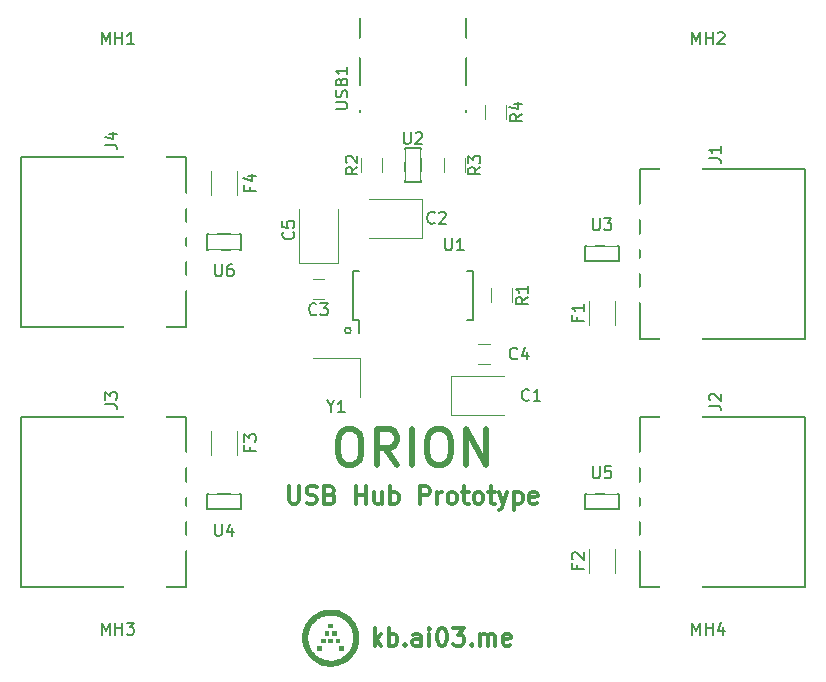
<source format=gto>
G04 #@! TF.GenerationSoftware,KiCad,Pcbnew,(5.0.2)-1*
G04 #@! TF.CreationDate,2019-03-25T02:21:11-07:00*
G04 #@! TF.ProjectId,Orion,4f72696f-6e2e-46b6-9963-61645f706362,rev?*
G04 #@! TF.SameCoordinates,Original*
G04 #@! TF.FileFunction,Legend,Top*
G04 #@! TF.FilePolarity,Positive*
%FSLAX46Y46*%
G04 Gerber Fmt 4.6, Leading zero omitted, Abs format (unit mm)*
G04 Created by KiCad (PCBNEW (5.0.2)-1) date 3/25/2019 2:21:11 AM*
%MOMM*%
%LPD*%
G01*
G04 APERTURE LIST*
%ADD10C,0.200000*%
%ADD11C,0.300000*%
%ADD12C,0.500000*%
%ADD13C,0.120000*%
%ADD14C,0.150000*%
%ADD15C,0.010000*%
%ADD16R,2.052000X2.602000*%
%ADD17R,1.102000X1.352000*%
%ADD18R,2.602000X2.052000*%
%ADD19O,2.102000X1.602000*%
%ADD20C,3.602000*%
%ADD21R,1.402000X0.802000*%
%ADD22R,0.502000X1.302000*%
%ADD23O,1.102000X1.702000*%
%ADD24O,1.102000X2.202000*%
%ADD25C,0.752000*%
%ADD26R,0.402000X1.552000*%
%ADD27R,0.702000X1.552000*%
%ADD28R,1.502000X1.302000*%
%ADD29R,0.802000X0.702000*%
%ADD30R,0.802000X1.102000*%
%ADD31R,2.132000X1.242000*%
%ADD32C,4.502000*%
%ADD33C,0.802000*%
%ADD34R,0.702000X0.802000*%
%ADD35R,1.102000X0.802000*%
G04 APERTURE END LIST*
D10*
X74750000Y-66500000D02*
G75*
G03X74750000Y-66500000I-250000J0D01*
G01*
D11*
X69500000Y-79678571D02*
X69500000Y-80892857D01*
X69571428Y-81035714D01*
X69642857Y-81107142D01*
X69785714Y-81178571D01*
X70071428Y-81178571D01*
X70214285Y-81107142D01*
X70285714Y-81035714D01*
X70357142Y-80892857D01*
X70357142Y-79678571D01*
X71000000Y-81107142D02*
X71214285Y-81178571D01*
X71571428Y-81178571D01*
X71714285Y-81107142D01*
X71785714Y-81035714D01*
X71857142Y-80892857D01*
X71857142Y-80750000D01*
X71785714Y-80607142D01*
X71714285Y-80535714D01*
X71571428Y-80464285D01*
X71285714Y-80392857D01*
X71142857Y-80321428D01*
X71071428Y-80250000D01*
X71000000Y-80107142D01*
X71000000Y-79964285D01*
X71071428Y-79821428D01*
X71142857Y-79750000D01*
X71285714Y-79678571D01*
X71642857Y-79678571D01*
X71857142Y-79750000D01*
X73000000Y-80392857D02*
X73214285Y-80464285D01*
X73285714Y-80535714D01*
X73357142Y-80678571D01*
X73357142Y-80892857D01*
X73285714Y-81035714D01*
X73214285Y-81107142D01*
X73071428Y-81178571D01*
X72500000Y-81178571D01*
X72500000Y-79678571D01*
X73000000Y-79678571D01*
X73142857Y-79750000D01*
X73214285Y-79821428D01*
X73285714Y-79964285D01*
X73285714Y-80107142D01*
X73214285Y-80250000D01*
X73142857Y-80321428D01*
X73000000Y-80392857D01*
X72500000Y-80392857D01*
X75142857Y-81178571D02*
X75142857Y-79678571D01*
X75142857Y-80392857D02*
X76000000Y-80392857D01*
X76000000Y-81178571D02*
X76000000Y-79678571D01*
X77357142Y-80178571D02*
X77357142Y-81178571D01*
X76714285Y-80178571D02*
X76714285Y-80964285D01*
X76785714Y-81107142D01*
X76928571Y-81178571D01*
X77142857Y-81178571D01*
X77285714Y-81107142D01*
X77357142Y-81035714D01*
X78071428Y-81178571D02*
X78071428Y-79678571D01*
X78071428Y-80250000D02*
X78214285Y-80178571D01*
X78500000Y-80178571D01*
X78642857Y-80250000D01*
X78714285Y-80321428D01*
X78785714Y-80464285D01*
X78785714Y-80892857D01*
X78714285Y-81035714D01*
X78642857Y-81107142D01*
X78500000Y-81178571D01*
X78214285Y-81178571D01*
X78071428Y-81107142D01*
X80571428Y-81178571D02*
X80571428Y-79678571D01*
X81142857Y-79678571D01*
X81285714Y-79750000D01*
X81357142Y-79821428D01*
X81428571Y-79964285D01*
X81428571Y-80178571D01*
X81357142Y-80321428D01*
X81285714Y-80392857D01*
X81142857Y-80464285D01*
X80571428Y-80464285D01*
X82071428Y-81178571D02*
X82071428Y-80178571D01*
X82071428Y-80464285D02*
X82142857Y-80321428D01*
X82214285Y-80250000D01*
X82357142Y-80178571D01*
X82500000Y-80178571D01*
X83214285Y-81178571D02*
X83071428Y-81107142D01*
X83000000Y-81035714D01*
X82928571Y-80892857D01*
X82928571Y-80464285D01*
X83000000Y-80321428D01*
X83071428Y-80250000D01*
X83214285Y-80178571D01*
X83428571Y-80178571D01*
X83571428Y-80250000D01*
X83642857Y-80321428D01*
X83714285Y-80464285D01*
X83714285Y-80892857D01*
X83642857Y-81035714D01*
X83571428Y-81107142D01*
X83428571Y-81178571D01*
X83214285Y-81178571D01*
X84142857Y-80178571D02*
X84714285Y-80178571D01*
X84357142Y-79678571D02*
X84357142Y-80964285D01*
X84428571Y-81107142D01*
X84571428Y-81178571D01*
X84714285Y-81178571D01*
X85428571Y-81178571D02*
X85285714Y-81107142D01*
X85214285Y-81035714D01*
X85142857Y-80892857D01*
X85142857Y-80464285D01*
X85214285Y-80321428D01*
X85285714Y-80250000D01*
X85428571Y-80178571D01*
X85642857Y-80178571D01*
X85785714Y-80250000D01*
X85857142Y-80321428D01*
X85928571Y-80464285D01*
X85928571Y-80892857D01*
X85857142Y-81035714D01*
X85785714Y-81107142D01*
X85642857Y-81178571D01*
X85428571Y-81178571D01*
X86357142Y-80178571D02*
X86928571Y-80178571D01*
X86571428Y-79678571D02*
X86571428Y-80964285D01*
X86642857Y-81107142D01*
X86785714Y-81178571D01*
X86928571Y-81178571D01*
X87285714Y-80178571D02*
X87642857Y-81178571D01*
X88000000Y-80178571D02*
X87642857Y-81178571D01*
X87500000Y-81535714D01*
X87428571Y-81607142D01*
X87285714Y-81678571D01*
X88571428Y-80178571D02*
X88571428Y-81678571D01*
X88571428Y-80250000D02*
X88714285Y-80178571D01*
X89000000Y-80178571D01*
X89142857Y-80250000D01*
X89214285Y-80321428D01*
X89285714Y-80464285D01*
X89285714Y-80892857D01*
X89214285Y-81035714D01*
X89142857Y-81107142D01*
X89000000Y-81178571D01*
X88714285Y-81178571D01*
X88571428Y-81107142D01*
X90500000Y-81107142D02*
X90357142Y-81178571D01*
X90071428Y-81178571D01*
X89928571Y-81107142D01*
X89857142Y-80964285D01*
X89857142Y-80392857D01*
X89928571Y-80250000D01*
X90071428Y-80178571D01*
X90357142Y-80178571D01*
X90500000Y-80250000D01*
X90571428Y-80392857D01*
X90571428Y-80535714D01*
X89857142Y-80678571D01*
D12*
X74357142Y-74857142D02*
X74928571Y-74857142D01*
X75214285Y-75000000D01*
X75500000Y-75285714D01*
X75642857Y-75857142D01*
X75642857Y-76857142D01*
X75500000Y-77428571D01*
X75214285Y-77714285D01*
X74928571Y-77857142D01*
X74357142Y-77857142D01*
X74071428Y-77714285D01*
X73785714Y-77428571D01*
X73642857Y-76857142D01*
X73642857Y-75857142D01*
X73785714Y-75285714D01*
X74071428Y-75000000D01*
X74357142Y-74857142D01*
X78642857Y-77857142D02*
X77642857Y-76428571D01*
X76928571Y-77857142D02*
X76928571Y-74857142D01*
X78071428Y-74857142D01*
X78357142Y-75000000D01*
X78500000Y-75142857D01*
X78642857Y-75428571D01*
X78642857Y-75857142D01*
X78500000Y-76142857D01*
X78357142Y-76285714D01*
X78071428Y-76428571D01*
X76928571Y-76428571D01*
X79928571Y-77857142D02*
X79928571Y-74857142D01*
X81928571Y-74857142D02*
X82500000Y-74857142D01*
X82785714Y-75000000D01*
X83071428Y-75285714D01*
X83214285Y-75857142D01*
X83214285Y-76857142D01*
X83071428Y-77428571D01*
X82785714Y-77714285D01*
X82500000Y-77857142D01*
X81928571Y-77857142D01*
X81642857Y-77714285D01*
X81357142Y-77428571D01*
X81214285Y-76857142D01*
X81214285Y-75857142D01*
X81357142Y-75285714D01*
X81642857Y-75000000D01*
X81928571Y-74857142D01*
X84500000Y-77857142D02*
X84500000Y-74857142D01*
X86214285Y-77857142D01*
X86214285Y-74857142D01*
D11*
X76750000Y-93178571D02*
X76750000Y-91678571D01*
X76892857Y-92607142D02*
X77321428Y-93178571D01*
X77321428Y-92178571D02*
X76750000Y-92750000D01*
X77964285Y-93178571D02*
X77964285Y-91678571D01*
X77964285Y-92250000D02*
X78107142Y-92178571D01*
X78392857Y-92178571D01*
X78535714Y-92250000D01*
X78607142Y-92321428D01*
X78678571Y-92464285D01*
X78678571Y-92892857D01*
X78607142Y-93035714D01*
X78535714Y-93107142D01*
X78392857Y-93178571D01*
X78107142Y-93178571D01*
X77964285Y-93107142D01*
X79321428Y-93035714D02*
X79392857Y-93107142D01*
X79321428Y-93178571D01*
X79250000Y-93107142D01*
X79321428Y-93035714D01*
X79321428Y-93178571D01*
X80678571Y-93178571D02*
X80678571Y-92392857D01*
X80607142Y-92250000D01*
X80464285Y-92178571D01*
X80178571Y-92178571D01*
X80035714Y-92250000D01*
X80678571Y-93107142D02*
X80535714Y-93178571D01*
X80178571Y-93178571D01*
X80035714Y-93107142D01*
X79964285Y-92964285D01*
X79964285Y-92821428D01*
X80035714Y-92678571D01*
X80178571Y-92607142D01*
X80535714Y-92607142D01*
X80678571Y-92535714D01*
X81392857Y-93178571D02*
X81392857Y-92178571D01*
X81392857Y-91678571D02*
X81321428Y-91750000D01*
X81392857Y-91821428D01*
X81464285Y-91750000D01*
X81392857Y-91678571D01*
X81392857Y-91821428D01*
X82392857Y-91678571D02*
X82535714Y-91678571D01*
X82678571Y-91750000D01*
X82750000Y-91821428D01*
X82821428Y-91964285D01*
X82892857Y-92250000D01*
X82892857Y-92607142D01*
X82821428Y-92892857D01*
X82750000Y-93035714D01*
X82678571Y-93107142D01*
X82535714Y-93178571D01*
X82392857Y-93178571D01*
X82250000Y-93107142D01*
X82178571Y-93035714D01*
X82107142Y-92892857D01*
X82035714Y-92607142D01*
X82035714Y-92250000D01*
X82107142Y-91964285D01*
X82178571Y-91821428D01*
X82250000Y-91750000D01*
X82392857Y-91678571D01*
X83392857Y-91678571D02*
X84321428Y-91678571D01*
X83821428Y-92250000D01*
X84035714Y-92250000D01*
X84178571Y-92321428D01*
X84250000Y-92392857D01*
X84321428Y-92535714D01*
X84321428Y-92892857D01*
X84250000Y-93035714D01*
X84178571Y-93107142D01*
X84035714Y-93178571D01*
X83607142Y-93178571D01*
X83464285Y-93107142D01*
X83392857Y-93035714D01*
X84964285Y-93035714D02*
X85035714Y-93107142D01*
X84964285Y-93178571D01*
X84892857Y-93107142D01*
X84964285Y-93035714D01*
X84964285Y-93178571D01*
X85678571Y-93178571D02*
X85678571Y-92178571D01*
X85678571Y-92321428D02*
X85750000Y-92250000D01*
X85892857Y-92178571D01*
X86107142Y-92178571D01*
X86250000Y-92250000D01*
X86321428Y-92392857D01*
X86321428Y-93178571D01*
X86321428Y-92392857D02*
X86392857Y-92250000D01*
X86535714Y-92178571D01*
X86750000Y-92178571D01*
X86892857Y-92250000D01*
X86964285Y-92392857D01*
X86964285Y-93178571D01*
X88250000Y-93107142D02*
X88107142Y-93178571D01*
X87821428Y-93178571D01*
X87678571Y-93107142D01*
X87607142Y-92964285D01*
X87607142Y-92392857D01*
X87678571Y-92250000D01*
X87821428Y-92178571D01*
X88107142Y-92178571D01*
X88250000Y-92250000D01*
X88321428Y-92392857D01*
X88321428Y-92535714D01*
X87607142Y-92678571D01*
D10*
X84500000Y-48000000D02*
X84500000Y-40000000D01*
X75500000Y-40000000D02*
X75500000Y-48000000D01*
D13*
G04 #@! TO.C,C1*
X83200000Y-70350000D02*
X87750000Y-70350000D01*
X83200000Y-73650000D02*
X87750000Y-73650000D01*
X83200000Y-70350000D02*
X83200000Y-73650000D01*
G04 #@! TO.C,C2*
X80800000Y-58650000D02*
X80800000Y-55350000D01*
X80800000Y-55350000D02*
X76250000Y-55350000D01*
X80800000Y-58650000D02*
X76250000Y-58650000D01*
G04 #@! TO.C,C3*
X72500000Y-62150000D02*
X71500000Y-62150000D01*
X71500000Y-63850000D02*
X72500000Y-63850000D01*
G04 #@! TO.C,C4*
X86500000Y-67650000D02*
X85500000Y-67650000D01*
X85500000Y-69350000D02*
X86500000Y-69350000D01*
G04 #@! TO.C,C5*
X70350000Y-60800000D02*
X73650000Y-60800000D01*
X73650000Y-60800000D02*
X73650000Y-56250000D01*
X70350000Y-60800000D02*
X70350000Y-56250000D01*
D14*
G04 #@! TO.C,J1*
X99220000Y-67200000D02*
X99220000Y-52800000D01*
X99220000Y-67200000D02*
X113220000Y-67200000D01*
X113220000Y-52800000D02*
X113220000Y-67200000D01*
X113220000Y-52800000D02*
X99220000Y-52800000D01*
G04 #@! TO.C,J2*
X113220000Y-73800000D02*
X99220000Y-73800000D01*
X113220000Y-73800000D02*
X113220000Y-88200000D01*
X99220000Y-88200000D02*
X113220000Y-88200000D01*
X99220000Y-88200000D02*
X99220000Y-73800000D01*
G04 #@! TO.C,J3*
X60780000Y-73800000D02*
X60780000Y-88200000D01*
X60780000Y-73800000D02*
X46780000Y-73800000D01*
X46780000Y-88200000D02*
X46780000Y-73800000D01*
X46780000Y-88200000D02*
X60780000Y-88200000D01*
G04 #@! TO.C,J4*
X46780000Y-66200000D02*
X60780000Y-66200000D01*
X46780000Y-66200000D02*
X46780000Y-51800000D01*
X60780000Y-51800000D02*
X46780000Y-51800000D01*
X60780000Y-51800000D02*
X60780000Y-66200000D01*
D13*
G04 #@! TO.C,R1*
X86620000Y-64100000D02*
X86620000Y-62900000D01*
X88380000Y-62900000D02*
X88380000Y-64100000D01*
G04 #@! TO.C,R2*
X77380000Y-51900000D02*
X77380000Y-53100000D01*
X75620000Y-53100000D02*
X75620000Y-51900000D01*
G04 #@! TO.C,R3*
X82620000Y-53100000D02*
X82620000Y-51900000D01*
X84380000Y-51900000D02*
X84380000Y-53100000D01*
D14*
G04 #@! TO.C,U1*
X75400000Y-65575000D02*
X75400000Y-66700000D01*
X85080000Y-65575000D02*
X85080000Y-61425000D01*
X74920000Y-65575000D02*
X74920000Y-61425000D01*
X85080000Y-65575000D02*
X84600000Y-65575000D01*
X85080000Y-61425000D02*
X84600000Y-61425000D01*
X74920000Y-61425000D02*
X75400000Y-61425000D01*
X74920000Y-65575000D02*
X75400000Y-65575000D01*
D13*
G04 #@! TO.C,Y1*
X75500000Y-68850000D02*
X71500000Y-68850000D01*
X75500000Y-72150000D02*
X75500000Y-68850000D01*
D14*
G04 #@! TO.C,U2*
X79350000Y-53950000D02*
X80650000Y-53950000D01*
X79350000Y-51050000D02*
X79350000Y-53950000D01*
X80650000Y-51050000D02*
X79350000Y-51050000D01*
X80650000Y-51050000D02*
X80650000Y-53950000D01*
D13*
G04 #@! TO.C,F1*
X97070000Y-64000000D02*
X97070000Y-66000000D01*
X94930000Y-66000000D02*
X94930000Y-64000000D01*
G04 #@! TO.C,F2*
X94930000Y-87000000D02*
X94930000Y-85000000D01*
X97070000Y-85000000D02*
X97070000Y-87000000D01*
G04 #@! TO.C,F3*
X62930000Y-77000000D02*
X62930000Y-75000000D01*
X65070000Y-75000000D02*
X65070000Y-77000000D01*
G04 #@! TO.C,F4*
X65070000Y-53000000D02*
X65070000Y-55000000D01*
X62930000Y-55000000D02*
X62930000Y-53000000D01*
G04 #@! TO.C,R4*
X86120000Y-48600000D02*
X86120000Y-47400000D01*
X87880000Y-47400000D02*
X87880000Y-48600000D01*
D15*
G04 #@! TO.C,G\002A\002A\002A*
G36*
X73152400Y-91636400D02*
X72828550Y-91636400D01*
X72828550Y-91312550D01*
X73152400Y-91312550D01*
X73152400Y-91636400D01*
X73152400Y-91636400D01*
G37*
X73152400Y-91636400D02*
X72828550Y-91636400D01*
X72828550Y-91312550D01*
X73152400Y-91312550D01*
X73152400Y-91636400D01*
G36*
X73476250Y-92265050D02*
X73152400Y-92265050D01*
X73152400Y-91960250D01*
X73476250Y-91960250D01*
X73476250Y-92265050D01*
X73476250Y-92265050D01*
G37*
X73476250Y-92265050D02*
X73152400Y-92265050D01*
X73152400Y-91960250D01*
X73476250Y-91960250D01*
X73476250Y-92265050D01*
G36*
X72828550Y-92265050D02*
X72523750Y-92265050D01*
X72523750Y-91960250D01*
X72828550Y-91960250D01*
X72828550Y-92265050D01*
X72828550Y-92265050D01*
G37*
X72828550Y-92265050D02*
X72523750Y-92265050D01*
X72523750Y-91960250D01*
X72828550Y-91960250D01*
X72828550Y-92265050D01*
G36*
X73781050Y-92912750D02*
X73476250Y-92912750D01*
X73476250Y-92588900D01*
X73781050Y-92588900D01*
X73781050Y-92912750D01*
X73781050Y-92912750D01*
G37*
X73781050Y-92912750D02*
X73476250Y-92912750D01*
X73476250Y-92588900D01*
X73781050Y-92588900D01*
X73781050Y-92912750D01*
G36*
X73152400Y-92912750D02*
X72828550Y-92912750D01*
X72828550Y-92588900D01*
X73152400Y-92588900D01*
X73152400Y-92912750D01*
X73152400Y-92912750D01*
G37*
X73152400Y-92912750D02*
X72828550Y-92912750D01*
X72828550Y-92588900D01*
X73152400Y-92588900D01*
X73152400Y-92912750D01*
G36*
X72523750Y-92912750D02*
X72199900Y-92912750D01*
X72199900Y-92588900D01*
X72523750Y-92588900D01*
X72523750Y-92912750D01*
X72523750Y-92912750D01*
G37*
X72523750Y-92912750D02*
X72199900Y-92912750D01*
X72199900Y-92588900D01*
X72523750Y-92588900D01*
X72523750Y-92912750D01*
G36*
X74104900Y-93541400D02*
X73781050Y-93541400D01*
X73781050Y-93217550D01*
X74104900Y-93217550D01*
X74104900Y-93541400D01*
X74104900Y-93541400D01*
G37*
X74104900Y-93541400D02*
X73781050Y-93541400D01*
X73781050Y-93217550D01*
X74104900Y-93217550D01*
X74104900Y-93541400D01*
G36*
X72199900Y-93541400D02*
X71876050Y-93541400D01*
X71876050Y-93217550D01*
X72199900Y-93217550D01*
X72199900Y-93541400D01*
X72199900Y-93541400D01*
G37*
X72199900Y-93541400D02*
X71876050Y-93541400D01*
X71876050Y-93217550D01*
X72199900Y-93217550D01*
X72199900Y-93541400D01*
G36*
X73003175Y-90122435D02*
X73102469Y-90123532D01*
X73191839Y-90126857D01*
X73273913Y-90132735D01*
X73351324Y-90141487D01*
X73426702Y-90153438D01*
X73502677Y-90168909D01*
X73581881Y-90188224D01*
X73618103Y-90197934D01*
X73784941Y-90250125D01*
X73946611Y-90313593D01*
X74102502Y-90388022D01*
X74251999Y-90473094D01*
X74394491Y-90568492D01*
X74516207Y-90662893D01*
X74642342Y-90775473D01*
X74760211Y-90896629D01*
X74869268Y-91025507D01*
X74968966Y-91161253D01*
X75058757Y-91303013D01*
X75138095Y-91449932D01*
X75206433Y-91601157D01*
X75263224Y-91755834D01*
X75302227Y-91890242D01*
X75328683Y-92002231D01*
X75348971Y-92107779D01*
X75363685Y-92211197D01*
X75373420Y-92316794D01*
X75378768Y-92428879D01*
X75379291Y-92449200D01*
X75377115Y-92623837D01*
X75362560Y-92795664D01*
X75335628Y-92964656D01*
X75296325Y-93130790D01*
X75244655Y-93294043D01*
X75193297Y-93425189D01*
X75170831Y-93477401D01*
X75151581Y-93520727D01*
X75134086Y-93558090D01*
X75116885Y-93592410D01*
X75098516Y-93626610D01*
X75077520Y-93663612D01*
X75054220Y-93703325D01*
X74958845Y-93852341D01*
X74854761Y-93992122D01*
X74741863Y-94122771D01*
X74620043Y-94244397D01*
X74489197Y-94357103D01*
X74349219Y-94460998D01*
X74203325Y-94554220D01*
X74161061Y-94578995D01*
X74124330Y-94599776D01*
X74090211Y-94618024D01*
X74055782Y-94635200D01*
X74018120Y-94652765D01*
X73974305Y-94672180D01*
X73925189Y-94693297D01*
X73848202Y-94724935D01*
X73777228Y-94751366D01*
X73707537Y-94774156D01*
X73634398Y-94794871D01*
X73568325Y-94811457D01*
X73436711Y-94839901D01*
X73311036Y-94860442D01*
X73187653Y-94873514D01*
X73062919Y-94879548D01*
X72990475Y-94880010D01*
X72949500Y-94879598D01*
X72911003Y-94879034D01*
X72877498Y-94878367D01*
X72851502Y-94877650D01*
X72835527Y-94876932D01*
X72834900Y-94876886D01*
X72661960Y-94857725D01*
X72491755Y-94826536D01*
X72324970Y-94783573D01*
X72162294Y-94729090D01*
X72004412Y-94663341D01*
X71852014Y-94586580D01*
X71705785Y-94499061D01*
X71585021Y-94415036D01*
X71446678Y-94304359D01*
X71318132Y-94185670D01*
X71199560Y-94059231D01*
X71091142Y-93925305D01*
X70993059Y-93784154D01*
X70905488Y-93636041D01*
X70828610Y-93481228D01*
X70762604Y-93319977D01*
X70707650Y-93152550D01*
X70697934Y-93118103D01*
X70676841Y-93036668D01*
X70659733Y-92959608D01*
X70646287Y-92884293D01*
X70636179Y-92808093D01*
X70629088Y-92728376D01*
X70624689Y-92642511D01*
X70622660Y-92547869D01*
X70622435Y-92503175D01*
X70622975Y-92458886D01*
X71048635Y-92458886D01*
X71048717Y-92522996D01*
X71050050Y-92586728D01*
X71052607Y-92646829D01*
X71056364Y-92700047D01*
X71059340Y-92728600D01*
X71084839Y-92886438D01*
X71122161Y-93039730D01*
X71171160Y-93188177D01*
X71231695Y-93331478D01*
X71303621Y-93469335D01*
X71386794Y-93601447D01*
X71481072Y-93727514D01*
X71586310Y-93847237D01*
X71604179Y-93865808D01*
X71711566Y-93967467D01*
X71828128Y-94061816D01*
X71951704Y-94147271D01*
X72080135Y-94222253D01*
X72116766Y-94241202D01*
X72176292Y-94270522D01*
X72228485Y-94294697D01*
X72276883Y-94315151D01*
X72325022Y-94333307D01*
X72376440Y-94350586D01*
X72428500Y-94366581D01*
X72579870Y-94406112D01*
X72728471Y-94433672D01*
X72875461Y-94449371D01*
X73022002Y-94453313D01*
X73169251Y-94445608D01*
X73222484Y-94440024D01*
X73372350Y-94416869D01*
X73516015Y-94383422D01*
X73655485Y-94339082D01*
X73792766Y-94283251D01*
X73870332Y-94246292D01*
X74006838Y-94171557D01*
X74134371Y-94088569D01*
X74253537Y-93996779D01*
X74364943Y-93895639D01*
X74469195Y-93784603D01*
X74566899Y-93663122D01*
X74653513Y-93538607D01*
X74673614Y-93505654D01*
X74697072Y-93463951D01*
X74722432Y-93416397D01*
X74748238Y-93365885D01*
X74773034Y-93315311D01*
X74795364Y-93267573D01*
X74813771Y-93225565D01*
X74824522Y-93198500D01*
X74874816Y-93045267D01*
X74912732Y-92891076D01*
X74938239Y-92736359D01*
X74951304Y-92581551D01*
X74951894Y-92427085D01*
X74939977Y-92273393D01*
X74915521Y-92120909D01*
X74907678Y-92084075D01*
X74880759Y-91975040D01*
X74850113Y-91874094D01*
X74814163Y-91776805D01*
X74771330Y-91678745D01*
X74741202Y-91616766D01*
X74666239Y-91481687D01*
X74580779Y-91353338D01*
X74485438Y-91232294D01*
X74380829Y-91119131D01*
X74267568Y-91014425D01*
X74146267Y-90918751D01*
X74017541Y-90832687D01*
X73882005Y-90756808D01*
X73766660Y-90702783D01*
X73629357Y-90649667D01*
X73491314Y-90608069D01*
X73350924Y-90577662D01*
X73206580Y-90558120D01*
X73056676Y-90549117D01*
X73006350Y-90548405D01*
X72847874Y-90553501D01*
X72694572Y-90570017D01*
X72545824Y-90598138D01*
X72401011Y-90638053D01*
X72259514Y-90689948D01*
X72120715Y-90754010D01*
X71983993Y-90830427D01*
X71903435Y-90881795D01*
X71791889Y-90963017D01*
X71684530Y-91054622D01*
X71582672Y-91155071D01*
X71487628Y-91262824D01*
X71400709Y-91376344D01*
X71323228Y-91494092D01*
X71256497Y-91614528D01*
X71228661Y-91672864D01*
X71179538Y-91788751D01*
X71139353Y-91900142D01*
X71107148Y-92010500D01*
X71081964Y-92123291D01*
X71062844Y-92241976D01*
X71056123Y-92296800D01*
X71052313Y-92342536D01*
X71049825Y-92397648D01*
X71048635Y-92458886D01*
X70622975Y-92458886D01*
X70623831Y-92388778D01*
X70628530Y-92284085D01*
X70636990Y-92186419D01*
X70649668Y-92093108D01*
X70667021Y-92001475D01*
X70689509Y-91908847D01*
X70717588Y-91812549D01*
X70751717Y-91709906D01*
X70764272Y-91674500D01*
X70826980Y-91518724D01*
X70901253Y-91368057D01*
X70986937Y-91222708D01*
X71083881Y-91082886D01*
X71191933Y-90948802D01*
X71310939Y-90820666D01*
X71440746Y-90698687D01*
X71526216Y-90626543D01*
X71594879Y-90574148D01*
X71672910Y-90520288D01*
X71757398Y-90466729D01*
X71845428Y-90415244D01*
X71934090Y-90367599D01*
X72020471Y-90325566D01*
X72025275Y-90323371D01*
X72081243Y-90299473D01*
X72146188Y-90274364D01*
X72216613Y-90249229D01*
X72289023Y-90225249D01*
X72359921Y-90203608D01*
X72425811Y-90185491D01*
X72451319Y-90179176D01*
X72525899Y-90162562D01*
X72597078Y-90149234D01*
X72667482Y-90138921D01*
X72739735Y-90131355D01*
X72816462Y-90126265D01*
X72900287Y-90123382D01*
X72993836Y-90122434D01*
X73003175Y-90122435D01*
X73003175Y-90122435D01*
G37*
X73003175Y-90122435D02*
X73102469Y-90123532D01*
X73191839Y-90126857D01*
X73273913Y-90132735D01*
X73351324Y-90141487D01*
X73426702Y-90153438D01*
X73502677Y-90168909D01*
X73581881Y-90188224D01*
X73618103Y-90197934D01*
X73784941Y-90250125D01*
X73946611Y-90313593D01*
X74102502Y-90388022D01*
X74251999Y-90473094D01*
X74394491Y-90568492D01*
X74516207Y-90662893D01*
X74642342Y-90775473D01*
X74760211Y-90896629D01*
X74869268Y-91025507D01*
X74968966Y-91161253D01*
X75058757Y-91303013D01*
X75138095Y-91449932D01*
X75206433Y-91601157D01*
X75263224Y-91755834D01*
X75302227Y-91890242D01*
X75328683Y-92002231D01*
X75348971Y-92107779D01*
X75363685Y-92211197D01*
X75373420Y-92316794D01*
X75378768Y-92428879D01*
X75379291Y-92449200D01*
X75377115Y-92623837D01*
X75362560Y-92795664D01*
X75335628Y-92964656D01*
X75296325Y-93130790D01*
X75244655Y-93294043D01*
X75193297Y-93425189D01*
X75170831Y-93477401D01*
X75151581Y-93520727D01*
X75134086Y-93558090D01*
X75116885Y-93592410D01*
X75098516Y-93626610D01*
X75077520Y-93663612D01*
X75054220Y-93703325D01*
X74958845Y-93852341D01*
X74854761Y-93992122D01*
X74741863Y-94122771D01*
X74620043Y-94244397D01*
X74489197Y-94357103D01*
X74349219Y-94460998D01*
X74203325Y-94554220D01*
X74161061Y-94578995D01*
X74124330Y-94599776D01*
X74090211Y-94618024D01*
X74055782Y-94635200D01*
X74018120Y-94652765D01*
X73974305Y-94672180D01*
X73925189Y-94693297D01*
X73848202Y-94724935D01*
X73777228Y-94751366D01*
X73707537Y-94774156D01*
X73634398Y-94794871D01*
X73568325Y-94811457D01*
X73436711Y-94839901D01*
X73311036Y-94860442D01*
X73187653Y-94873514D01*
X73062919Y-94879548D01*
X72990475Y-94880010D01*
X72949500Y-94879598D01*
X72911003Y-94879034D01*
X72877498Y-94878367D01*
X72851502Y-94877650D01*
X72835527Y-94876932D01*
X72834900Y-94876886D01*
X72661960Y-94857725D01*
X72491755Y-94826536D01*
X72324970Y-94783573D01*
X72162294Y-94729090D01*
X72004412Y-94663341D01*
X71852014Y-94586580D01*
X71705785Y-94499061D01*
X71585021Y-94415036D01*
X71446678Y-94304359D01*
X71318132Y-94185670D01*
X71199560Y-94059231D01*
X71091142Y-93925305D01*
X70993059Y-93784154D01*
X70905488Y-93636041D01*
X70828610Y-93481228D01*
X70762604Y-93319977D01*
X70707650Y-93152550D01*
X70697934Y-93118103D01*
X70676841Y-93036668D01*
X70659733Y-92959608D01*
X70646287Y-92884293D01*
X70636179Y-92808093D01*
X70629088Y-92728376D01*
X70624689Y-92642511D01*
X70622660Y-92547869D01*
X70622435Y-92503175D01*
X70622975Y-92458886D01*
X71048635Y-92458886D01*
X71048717Y-92522996D01*
X71050050Y-92586728D01*
X71052607Y-92646829D01*
X71056364Y-92700047D01*
X71059340Y-92728600D01*
X71084839Y-92886438D01*
X71122161Y-93039730D01*
X71171160Y-93188177D01*
X71231695Y-93331478D01*
X71303621Y-93469335D01*
X71386794Y-93601447D01*
X71481072Y-93727514D01*
X71586310Y-93847237D01*
X71604179Y-93865808D01*
X71711566Y-93967467D01*
X71828128Y-94061816D01*
X71951704Y-94147271D01*
X72080135Y-94222253D01*
X72116766Y-94241202D01*
X72176292Y-94270522D01*
X72228485Y-94294697D01*
X72276883Y-94315151D01*
X72325022Y-94333307D01*
X72376440Y-94350586D01*
X72428500Y-94366581D01*
X72579870Y-94406112D01*
X72728471Y-94433672D01*
X72875461Y-94449371D01*
X73022002Y-94453313D01*
X73169251Y-94445608D01*
X73222484Y-94440024D01*
X73372350Y-94416869D01*
X73516015Y-94383422D01*
X73655485Y-94339082D01*
X73792766Y-94283251D01*
X73870332Y-94246292D01*
X74006838Y-94171557D01*
X74134371Y-94088569D01*
X74253537Y-93996779D01*
X74364943Y-93895639D01*
X74469195Y-93784603D01*
X74566899Y-93663122D01*
X74653513Y-93538607D01*
X74673614Y-93505654D01*
X74697072Y-93463951D01*
X74722432Y-93416397D01*
X74748238Y-93365885D01*
X74773034Y-93315311D01*
X74795364Y-93267573D01*
X74813771Y-93225565D01*
X74824522Y-93198500D01*
X74874816Y-93045267D01*
X74912732Y-92891076D01*
X74938239Y-92736359D01*
X74951304Y-92581551D01*
X74951894Y-92427085D01*
X74939977Y-92273393D01*
X74915521Y-92120909D01*
X74907678Y-92084075D01*
X74880759Y-91975040D01*
X74850113Y-91874094D01*
X74814163Y-91776805D01*
X74771330Y-91678745D01*
X74741202Y-91616766D01*
X74666239Y-91481687D01*
X74580779Y-91353338D01*
X74485438Y-91232294D01*
X74380829Y-91119131D01*
X74267568Y-91014425D01*
X74146267Y-90918751D01*
X74017541Y-90832687D01*
X73882005Y-90756808D01*
X73766660Y-90702783D01*
X73629357Y-90649667D01*
X73491314Y-90608069D01*
X73350924Y-90577662D01*
X73206580Y-90558120D01*
X73056676Y-90549117D01*
X73006350Y-90548405D01*
X72847874Y-90553501D01*
X72694572Y-90570017D01*
X72545824Y-90598138D01*
X72401011Y-90638053D01*
X72259514Y-90689948D01*
X72120715Y-90754010D01*
X71983993Y-90830427D01*
X71903435Y-90881795D01*
X71791889Y-90963017D01*
X71684530Y-91054622D01*
X71582672Y-91155071D01*
X71487628Y-91262824D01*
X71400709Y-91376344D01*
X71323228Y-91494092D01*
X71256497Y-91614528D01*
X71228661Y-91672864D01*
X71179538Y-91788751D01*
X71139353Y-91900142D01*
X71107148Y-92010500D01*
X71081964Y-92123291D01*
X71062844Y-92241976D01*
X71056123Y-92296800D01*
X71052313Y-92342536D01*
X71049825Y-92397648D01*
X71048635Y-92458886D01*
X70622975Y-92458886D01*
X70623831Y-92388778D01*
X70628530Y-92284085D01*
X70636990Y-92186419D01*
X70649668Y-92093108D01*
X70667021Y-92001475D01*
X70689509Y-91908847D01*
X70717588Y-91812549D01*
X70751717Y-91709906D01*
X70764272Y-91674500D01*
X70826980Y-91518724D01*
X70901253Y-91368057D01*
X70986937Y-91222708D01*
X71083881Y-91082886D01*
X71191933Y-90948802D01*
X71310939Y-90820666D01*
X71440746Y-90698687D01*
X71526216Y-90626543D01*
X71594879Y-90574148D01*
X71672910Y-90520288D01*
X71757398Y-90466729D01*
X71845428Y-90415244D01*
X71934090Y-90367599D01*
X72020471Y-90325566D01*
X72025275Y-90323371D01*
X72081243Y-90299473D01*
X72146188Y-90274364D01*
X72216613Y-90249229D01*
X72289023Y-90225249D01*
X72359921Y-90203608D01*
X72425811Y-90185491D01*
X72451319Y-90179176D01*
X72525899Y-90162562D01*
X72597078Y-90149234D01*
X72667482Y-90138921D01*
X72739735Y-90131355D01*
X72816462Y-90126265D01*
X72900287Y-90123382D01*
X72993836Y-90122434D01*
X73003175Y-90122435D01*
D14*
G04 #@! TO.C,U3*
X94550000Y-59350000D02*
X94550000Y-60650000D01*
X97450000Y-59350000D02*
X94550000Y-59350000D01*
X97450000Y-60650000D02*
X97450000Y-59350000D01*
X97450000Y-60650000D02*
X94550000Y-60650000D01*
G04 #@! TO.C,U4*
X65450000Y-81650000D02*
X65450000Y-80350000D01*
X62550000Y-81650000D02*
X65450000Y-81650000D01*
X62550000Y-80350000D02*
X62550000Y-81650000D01*
X62550000Y-80350000D02*
X65450000Y-80350000D01*
G04 #@! TO.C,U5*
X97450000Y-81650000D02*
X94550000Y-81650000D01*
X97450000Y-81650000D02*
X97450000Y-80350000D01*
X97450000Y-80350000D02*
X94550000Y-80350000D01*
X94550000Y-80350000D02*
X94550000Y-81650000D01*
G04 #@! TO.C,U6*
X62550000Y-58350000D02*
X65450000Y-58350000D01*
X62550000Y-58350000D02*
X62550000Y-59650000D01*
X62550000Y-59650000D02*
X65450000Y-59650000D01*
X65450000Y-59650000D02*
X65450000Y-58350000D01*
G04 #@! TO.C,C1*
X89833333Y-72357142D02*
X89785714Y-72404761D01*
X89642857Y-72452380D01*
X89547619Y-72452380D01*
X89404761Y-72404761D01*
X89309523Y-72309523D01*
X89261904Y-72214285D01*
X89214285Y-72023809D01*
X89214285Y-71880952D01*
X89261904Y-71690476D01*
X89309523Y-71595238D01*
X89404761Y-71500000D01*
X89547619Y-71452380D01*
X89642857Y-71452380D01*
X89785714Y-71500000D01*
X89833333Y-71547619D01*
X90785714Y-72452380D02*
X90214285Y-72452380D01*
X90500000Y-72452380D02*
X90500000Y-71452380D01*
X90404761Y-71595238D01*
X90309523Y-71690476D01*
X90214285Y-71738095D01*
G04 #@! TO.C,C2*
X81833333Y-57357142D02*
X81785714Y-57404761D01*
X81642857Y-57452380D01*
X81547619Y-57452380D01*
X81404761Y-57404761D01*
X81309523Y-57309523D01*
X81261904Y-57214285D01*
X81214285Y-57023809D01*
X81214285Y-56880952D01*
X81261904Y-56690476D01*
X81309523Y-56595238D01*
X81404761Y-56500000D01*
X81547619Y-56452380D01*
X81642857Y-56452380D01*
X81785714Y-56500000D01*
X81833333Y-56547619D01*
X82214285Y-56547619D02*
X82261904Y-56500000D01*
X82357142Y-56452380D01*
X82595238Y-56452380D01*
X82690476Y-56500000D01*
X82738095Y-56547619D01*
X82785714Y-56642857D01*
X82785714Y-56738095D01*
X82738095Y-56880952D01*
X82166666Y-57452380D01*
X82785714Y-57452380D01*
G04 #@! TO.C,C3*
X71833333Y-65107142D02*
X71785714Y-65154761D01*
X71642857Y-65202380D01*
X71547619Y-65202380D01*
X71404761Y-65154761D01*
X71309523Y-65059523D01*
X71261904Y-64964285D01*
X71214285Y-64773809D01*
X71214285Y-64630952D01*
X71261904Y-64440476D01*
X71309523Y-64345238D01*
X71404761Y-64250000D01*
X71547619Y-64202380D01*
X71642857Y-64202380D01*
X71785714Y-64250000D01*
X71833333Y-64297619D01*
X72166666Y-64202380D02*
X72785714Y-64202380D01*
X72452380Y-64583333D01*
X72595238Y-64583333D01*
X72690476Y-64630952D01*
X72738095Y-64678571D01*
X72785714Y-64773809D01*
X72785714Y-65011904D01*
X72738095Y-65107142D01*
X72690476Y-65154761D01*
X72595238Y-65202380D01*
X72309523Y-65202380D01*
X72214285Y-65154761D01*
X72166666Y-65107142D01*
G04 #@! TO.C,C4*
X88833333Y-68857142D02*
X88785714Y-68904761D01*
X88642857Y-68952380D01*
X88547619Y-68952380D01*
X88404761Y-68904761D01*
X88309523Y-68809523D01*
X88261904Y-68714285D01*
X88214285Y-68523809D01*
X88214285Y-68380952D01*
X88261904Y-68190476D01*
X88309523Y-68095238D01*
X88404761Y-68000000D01*
X88547619Y-67952380D01*
X88642857Y-67952380D01*
X88785714Y-68000000D01*
X88833333Y-68047619D01*
X89690476Y-68285714D02*
X89690476Y-68952380D01*
X89452380Y-67904761D02*
X89214285Y-68619047D01*
X89833333Y-68619047D01*
G04 #@! TO.C,C5*
X69857142Y-58166666D02*
X69904761Y-58214285D01*
X69952380Y-58357142D01*
X69952380Y-58452380D01*
X69904761Y-58595238D01*
X69809523Y-58690476D01*
X69714285Y-58738095D01*
X69523809Y-58785714D01*
X69380952Y-58785714D01*
X69190476Y-58738095D01*
X69095238Y-58690476D01*
X69000000Y-58595238D01*
X68952380Y-58452380D01*
X68952380Y-58357142D01*
X69000000Y-58214285D01*
X69047619Y-58166666D01*
X68952380Y-57261904D02*
X68952380Y-57738095D01*
X69428571Y-57785714D01*
X69380952Y-57738095D01*
X69333333Y-57642857D01*
X69333333Y-57404761D01*
X69380952Y-57309523D01*
X69428571Y-57261904D01*
X69523809Y-57214285D01*
X69761904Y-57214285D01*
X69857142Y-57261904D01*
X69904761Y-57309523D01*
X69952380Y-57404761D01*
X69952380Y-57642857D01*
X69904761Y-57738095D01*
X69857142Y-57785714D01*
G04 #@! TO.C,J1*
X105072380Y-51895333D02*
X105786666Y-51895333D01*
X105929523Y-51942952D01*
X106024761Y-52038190D01*
X106072380Y-52181047D01*
X106072380Y-52276285D01*
X106072380Y-50895333D02*
X106072380Y-51466761D01*
X106072380Y-51181047D02*
X105072380Y-51181047D01*
X105215238Y-51276285D01*
X105310476Y-51371523D01*
X105358095Y-51466761D01*
G04 #@! TO.C,J2*
X105072380Y-72850333D02*
X105786666Y-72850333D01*
X105929523Y-72897952D01*
X106024761Y-72993190D01*
X106072380Y-73136047D01*
X106072380Y-73231285D01*
X105167619Y-72421761D02*
X105120000Y-72374142D01*
X105072380Y-72278904D01*
X105072380Y-72040809D01*
X105120000Y-71945571D01*
X105167619Y-71897952D01*
X105262857Y-71850333D01*
X105358095Y-71850333D01*
X105500952Y-71897952D01*
X106072380Y-72469380D01*
X106072380Y-71850333D01*
G04 #@! TO.C,J3*
X53935380Y-72723333D02*
X54649666Y-72723333D01*
X54792523Y-72770952D01*
X54887761Y-72866190D01*
X54935380Y-73009047D01*
X54935380Y-73104285D01*
X53935380Y-72342380D02*
X53935380Y-71723333D01*
X54316333Y-72056666D01*
X54316333Y-71913809D01*
X54363952Y-71818571D01*
X54411571Y-71770952D01*
X54506809Y-71723333D01*
X54744904Y-71723333D01*
X54840142Y-71770952D01*
X54887761Y-71818571D01*
X54935380Y-71913809D01*
X54935380Y-72199523D01*
X54887761Y-72294761D01*
X54840142Y-72342380D01*
G04 #@! TO.C,J4*
X53935380Y-50752333D02*
X54649666Y-50752333D01*
X54792523Y-50799952D01*
X54887761Y-50895190D01*
X54935380Y-51038047D01*
X54935380Y-51133285D01*
X54268714Y-49847571D02*
X54935380Y-49847571D01*
X53887761Y-50085666D02*
X54602047Y-50323761D01*
X54602047Y-49704714D01*
G04 #@! TO.C,R1*
X89702380Y-63666666D02*
X89226190Y-64000000D01*
X89702380Y-64238095D02*
X88702380Y-64238095D01*
X88702380Y-63857142D01*
X88750000Y-63761904D01*
X88797619Y-63714285D01*
X88892857Y-63666666D01*
X89035714Y-63666666D01*
X89130952Y-63714285D01*
X89178571Y-63761904D01*
X89226190Y-63857142D01*
X89226190Y-64238095D01*
X89702380Y-62714285D02*
X89702380Y-63285714D01*
X89702380Y-63000000D02*
X88702380Y-63000000D01*
X88845238Y-63095238D01*
X88940476Y-63190476D01*
X88988095Y-63285714D01*
G04 #@! TO.C,R2*
X75302380Y-52666666D02*
X74826190Y-53000000D01*
X75302380Y-53238095D02*
X74302380Y-53238095D01*
X74302380Y-52857142D01*
X74350000Y-52761904D01*
X74397619Y-52714285D01*
X74492857Y-52666666D01*
X74635714Y-52666666D01*
X74730952Y-52714285D01*
X74778571Y-52761904D01*
X74826190Y-52857142D01*
X74826190Y-53238095D01*
X74397619Y-52285714D02*
X74350000Y-52238095D01*
X74302380Y-52142857D01*
X74302380Y-51904761D01*
X74350000Y-51809523D01*
X74397619Y-51761904D01*
X74492857Y-51714285D01*
X74588095Y-51714285D01*
X74730952Y-51761904D01*
X75302380Y-52333333D01*
X75302380Y-51714285D01*
G04 #@! TO.C,R3*
X85702380Y-52666666D02*
X85226190Y-53000000D01*
X85702380Y-53238095D02*
X84702380Y-53238095D01*
X84702380Y-52857142D01*
X84750000Y-52761904D01*
X84797619Y-52714285D01*
X84892857Y-52666666D01*
X85035714Y-52666666D01*
X85130952Y-52714285D01*
X85178571Y-52761904D01*
X85226190Y-52857142D01*
X85226190Y-53238095D01*
X84702380Y-52333333D02*
X84702380Y-51714285D01*
X85083333Y-52047619D01*
X85083333Y-51904761D01*
X85130952Y-51809523D01*
X85178571Y-51761904D01*
X85273809Y-51714285D01*
X85511904Y-51714285D01*
X85607142Y-51761904D01*
X85654761Y-51809523D01*
X85702380Y-51904761D01*
X85702380Y-52190476D01*
X85654761Y-52285714D01*
X85607142Y-52333333D01*
G04 #@! TO.C,U1*
X82738095Y-58702380D02*
X82738095Y-59511904D01*
X82785714Y-59607142D01*
X82833333Y-59654761D01*
X82928571Y-59702380D01*
X83119047Y-59702380D01*
X83214285Y-59654761D01*
X83261904Y-59607142D01*
X83309523Y-59511904D01*
X83309523Y-58702380D01*
X84309523Y-59702380D02*
X83738095Y-59702380D01*
X84023809Y-59702380D02*
X84023809Y-58702380D01*
X83928571Y-58845238D01*
X83833333Y-58940476D01*
X83738095Y-58988095D01*
G04 #@! TO.C,USB1*
X73452380Y-47738095D02*
X74261904Y-47738095D01*
X74357142Y-47690476D01*
X74404761Y-47642857D01*
X74452380Y-47547619D01*
X74452380Y-47357142D01*
X74404761Y-47261904D01*
X74357142Y-47214285D01*
X74261904Y-47166666D01*
X73452380Y-47166666D01*
X74404761Y-46738095D02*
X74452380Y-46595238D01*
X74452380Y-46357142D01*
X74404761Y-46261904D01*
X74357142Y-46214285D01*
X74261904Y-46166666D01*
X74166666Y-46166666D01*
X74071428Y-46214285D01*
X74023809Y-46261904D01*
X73976190Y-46357142D01*
X73928571Y-46547619D01*
X73880952Y-46642857D01*
X73833333Y-46690476D01*
X73738095Y-46738095D01*
X73642857Y-46738095D01*
X73547619Y-46690476D01*
X73500000Y-46642857D01*
X73452380Y-46547619D01*
X73452380Y-46309523D01*
X73500000Y-46166666D01*
X73928571Y-45404761D02*
X73976190Y-45261904D01*
X74023809Y-45214285D01*
X74119047Y-45166666D01*
X74261904Y-45166666D01*
X74357142Y-45214285D01*
X74404761Y-45261904D01*
X74452380Y-45357142D01*
X74452380Y-45738095D01*
X73452380Y-45738095D01*
X73452380Y-45404761D01*
X73500000Y-45309523D01*
X73547619Y-45261904D01*
X73642857Y-45214285D01*
X73738095Y-45214285D01*
X73833333Y-45261904D01*
X73880952Y-45309523D01*
X73928571Y-45404761D01*
X73928571Y-45738095D01*
X74452380Y-44214285D02*
X74452380Y-44785714D01*
X74452380Y-44500000D02*
X73452380Y-44500000D01*
X73595238Y-44595238D01*
X73690476Y-44690476D01*
X73738095Y-44785714D01*
G04 #@! TO.C,Y1*
X73023809Y-72926190D02*
X73023809Y-73402380D01*
X72690476Y-72402380D02*
X73023809Y-72926190D01*
X73357142Y-72402380D01*
X74214285Y-73402380D02*
X73642857Y-73402380D01*
X73928571Y-73402380D02*
X73928571Y-72402380D01*
X73833333Y-72545238D01*
X73738095Y-72640476D01*
X73642857Y-72688095D01*
G04 #@! TO.C,U2*
X79238095Y-49702380D02*
X79238095Y-50511904D01*
X79285714Y-50607142D01*
X79333333Y-50654761D01*
X79428571Y-50702380D01*
X79619047Y-50702380D01*
X79714285Y-50654761D01*
X79761904Y-50607142D01*
X79809523Y-50511904D01*
X79809523Y-49702380D01*
X80238095Y-49797619D02*
X80285714Y-49750000D01*
X80380952Y-49702380D01*
X80619047Y-49702380D01*
X80714285Y-49750000D01*
X80761904Y-49797619D01*
X80809523Y-49892857D01*
X80809523Y-49988095D01*
X80761904Y-50130952D01*
X80190476Y-50702380D01*
X80809523Y-50702380D01*
G04 #@! TO.C,F1*
X93928571Y-65333333D02*
X93928571Y-65666666D01*
X94452380Y-65666666D02*
X93452380Y-65666666D01*
X93452380Y-65190476D01*
X94452380Y-64285714D02*
X94452380Y-64857142D01*
X94452380Y-64571428D02*
X93452380Y-64571428D01*
X93595238Y-64666666D01*
X93690476Y-64761904D01*
X93738095Y-64857142D01*
G04 #@! TO.C,F2*
X93928571Y-86333333D02*
X93928571Y-86666666D01*
X94452380Y-86666666D02*
X93452380Y-86666666D01*
X93452380Y-86190476D01*
X93547619Y-85857142D02*
X93500000Y-85809523D01*
X93452380Y-85714285D01*
X93452380Y-85476190D01*
X93500000Y-85380952D01*
X93547619Y-85333333D01*
X93642857Y-85285714D01*
X93738095Y-85285714D01*
X93880952Y-85333333D01*
X94452380Y-85904761D01*
X94452380Y-85285714D01*
G04 #@! TO.C,F3*
X66178571Y-76333333D02*
X66178571Y-76666666D01*
X66702380Y-76666666D02*
X65702380Y-76666666D01*
X65702380Y-76190476D01*
X65702380Y-75904761D02*
X65702380Y-75285714D01*
X66083333Y-75619047D01*
X66083333Y-75476190D01*
X66130952Y-75380952D01*
X66178571Y-75333333D01*
X66273809Y-75285714D01*
X66511904Y-75285714D01*
X66607142Y-75333333D01*
X66654761Y-75380952D01*
X66702380Y-75476190D01*
X66702380Y-75761904D01*
X66654761Y-75857142D01*
X66607142Y-75904761D01*
G04 #@! TO.C,F4*
X66178571Y-54333333D02*
X66178571Y-54666666D01*
X66702380Y-54666666D02*
X65702380Y-54666666D01*
X65702380Y-54190476D01*
X66035714Y-53380952D02*
X66702380Y-53380952D01*
X65654761Y-53619047D02*
X66369047Y-53857142D01*
X66369047Y-53238095D01*
G04 #@! TO.C,MH1*
X53666666Y-42252380D02*
X53666666Y-41252380D01*
X54000000Y-41966666D01*
X54333333Y-41252380D01*
X54333333Y-42252380D01*
X54809523Y-42252380D02*
X54809523Y-41252380D01*
X54809523Y-41728571D02*
X55380952Y-41728571D01*
X55380952Y-42252380D02*
X55380952Y-41252380D01*
X56380952Y-42252380D02*
X55809523Y-42252380D01*
X56095238Y-42252380D02*
X56095238Y-41252380D01*
X56000000Y-41395238D01*
X55904761Y-41490476D01*
X55809523Y-41538095D01*
G04 #@! TO.C,MH2*
X103666666Y-42252380D02*
X103666666Y-41252380D01*
X104000000Y-41966666D01*
X104333333Y-41252380D01*
X104333333Y-42252380D01*
X104809523Y-42252380D02*
X104809523Y-41252380D01*
X104809523Y-41728571D02*
X105380952Y-41728571D01*
X105380952Y-42252380D02*
X105380952Y-41252380D01*
X105809523Y-41347619D02*
X105857142Y-41300000D01*
X105952380Y-41252380D01*
X106190476Y-41252380D01*
X106285714Y-41300000D01*
X106333333Y-41347619D01*
X106380952Y-41442857D01*
X106380952Y-41538095D01*
X106333333Y-41680952D01*
X105761904Y-42252380D01*
X106380952Y-42252380D01*
G04 #@! TO.C,MH3*
X53666666Y-92252380D02*
X53666666Y-91252380D01*
X54000000Y-91966666D01*
X54333333Y-91252380D01*
X54333333Y-92252380D01*
X54809523Y-92252380D02*
X54809523Y-91252380D01*
X54809523Y-91728571D02*
X55380952Y-91728571D01*
X55380952Y-92252380D02*
X55380952Y-91252380D01*
X55761904Y-91252380D02*
X56380952Y-91252380D01*
X56047619Y-91633333D01*
X56190476Y-91633333D01*
X56285714Y-91680952D01*
X56333333Y-91728571D01*
X56380952Y-91823809D01*
X56380952Y-92061904D01*
X56333333Y-92157142D01*
X56285714Y-92204761D01*
X56190476Y-92252380D01*
X55904761Y-92252380D01*
X55809523Y-92204761D01*
X55761904Y-92157142D01*
G04 #@! TO.C,MH4*
X103666666Y-92252380D02*
X103666666Y-91252380D01*
X104000000Y-91966666D01*
X104333333Y-91252380D01*
X104333333Y-92252380D01*
X104809523Y-92252380D02*
X104809523Y-91252380D01*
X104809523Y-91728571D02*
X105380952Y-91728571D01*
X105380952Y-92252380D02*
X105380952Y-91252380D01*
X106285714Y-91585714D02*
X106285714Y-92252380D01*
X106047619Y-91204761D02*
X105809523Y-91919047D01*
X106428571Y-91919047D01*
G04 #@! TO.C,R4*
X89202380Y-48166666D02*
X88726190Y-48500000D01*
X89202380Y-48738095D02*
X88202380Y-48738095D01*
X88202380Y-48357142D01*
X88250000Y-48261904D01*
X88297619Y-48214285D01*
X88392857Y-48166666D01*
X88535714Y-48166666D01*
X88630952Y-48214285D01*
X88678571Y-48261904D01*
X88726190Y-48357142D01*
X88726190Y-48738095D01*
X88535714Y-47309523D02*
X89202380Y-47309523D01*
X88154761Y-47547619D02*
X88869047Y-47785714D01*
X88869047Y-47166666D01*
G04 #@! TO.C,U3*
X95238095Y-57002380D02*
X95238095Y-57811904D01*
X95285714Y-57907142D01*
X95333333Y-57954761D01*
X95428571Y-58002380D01*
X95619047Y-58002380D01*
X95714285Y-57954761D01*
X95761904Y-57907142D01*
X95809523Y-57811904D01*
X95809523Y-57002380D01*
X96190476Y-57002380D02*
X96809523Y-57002380D01*
X96476190Y-57383333D01*
X96619047Y-57383333D01*
X96714285Y-57430952D01*
X96761904Y-57478571D01*
X96809523Y-57573809D01*
X96809523Y-57811904D01*
X96761904Y-57907142D01*
X96714285Y-57954761D01*
X96619047Y-58002380D01*
X96333333Y-58002380D01*
X96238095Y-57954761D01*
X96190476Y-57907142D01*
G04 #@! TO.C,U4*
X63238095Y-82902380D02*
X63238095Y-83711904D01*
X63285714Y-83807142D01*
X63333333Y-83854761D01*
X63428571Y-83902380D01*
X63619047Y-83902380D01*
X63714285Y-83854761D01*
X63761904Y-83807142D01*
X63809523Y-83711904D01*
X63809523Y-82902380D01*
X64714285Y-83235714D02*
X64714285Y-83902380D01*
X64476190Y-82854761D02*
X64238095Y-83569047D01*
X64857142Y-83569047D01*
G04 #@! TO.C,U5*
X95238095Y-78002380D02*
X95238095Y-78811904D01*
X95285714Y-78907142D01*
X95333333Y-78954761D01*
X95428571Y-79002380D01*
X95619047Y-79002380D01*
X95714285Y-78954761D01*
X95761904Y-78907142D01*
X95809523Y-78811904D01*
X95809523Y-78002380D01*
X96761904Y-78002380D02*
X96285714Y-78002380D01*
X96238095Y-78478571D01*
X96285714Y-78430952D01*
X96380952Y-78383333D01*
X96619047Y-78383333D01*
X96714285Y-78430952D01*
X96761904Y-78478571D01*
X96809523Y-78573809D01*
X96809523Y-78811904D01*
X96761904Y-78907142D01*
X96714285Y-78954761D01*
X96619047Y-79002380D01*
X96380952Y-79002380D01*
X96285714Y-78954761D01*
X96238095Y-78907142D01*
G04 #@! TO.C,U6*
X63238095Y-60902380D02*
X63238095Y-61711904D01*
X63285714Y-61807142D01*
X63333333Y-61854761D01*
X63428571Y-61902380D01*
X63619047Y-61902380D01*
X63714285Y-61854761D01*
X63761904Y-61807142D01*
X63809523Y-61711904D01*
X63809523Y-60902380D01*
X64714285Y-60902380D02*
X64523809Y-60902380D01*
X64428571Y-60950000D01*
X64380952Y-60997619D01*
X64285714Y-61140476D01*
X64238095Y-61330952D01*
X64238095Y-61711904D01*
X64285714Y-61807142D01*
X64333333Y-61854761D01*
X64428571Y-61902380D01*
X64619047Y-61902380D01*
X64714285Y-61854761D01*
X64761904Y-61807142D01*
X64809523Y-61711904D01*
X64809523Y-61473809D01*
X64761904Y-61378571D01*
X64714285Y-61330952D01*
X64619047Y-61283333D01*
X64428571Y-61283333D01*
X64333333Y-61330952D01*
X64285714Y-61378571D01*
X64238095Y-61473809D01*
G04 #@! TD*
%LPC*%
D16*
G04 #@! TO.C,C1*
X84475000Y-72000000D03*
X87525000Y-72000000D03*
G04 #@! TD*
G04 #@! TO.C,C2*
X76475000Y-57000000D03*
X79525000Y-57000000D03*
G04 #@! TD*
D17*
G04 #@! TO.C,C3*
X71000000Y-63000000D03*
X73000000Y-63000000D03*
G04 #@! TD*
G04 #@! TO.C,C4*
X85000000Y-68500000D03*
X87000000Y-68500000D03*
G04 #@! TD*
D18*
G04 #@! TO.C,C5*
X72000000Y-56475000D03*
X72000000Y-59525000D03*
G04 #@! TD*
D19*
G04 #@! TO.C,J1*
X100000000Y-63500000D03*
D20*
X102710000Y-53000000D03*
D19*
X100000000Y-61000000D03*
X100000000Y-59000000D03*
X100000000Y-56500000D03*
D20*
X102710000Y-67000000D03*
G04 #@! TD*
G04 #@! TO.C,J2*
X102710000Y-88000000D03*
D19*
X100000000Y-77500000D03*
X100000000Y-80000000D03*
X100000000Y-82000000D03*
D20*
X102710000Y-74000000D03*
D19*
X100000000Y-84500000D03*
G04 #@! TD*
G04 #@! TO.C,J3*
X60000000Y-77500000D03*
D20*
X57290000Y-88000000D03*
D19*
X60000000Y-80000000D03*
X60000000Y-82000000D03*
X60000000Y-84500000D03*
D20*
X57290000Y-74000000D03*
G04 #@! TD*
G04 #@! TO.C,J4*
X57290000Y-52000000D03*
D19*
X60000000Y-62500000D03*
X60000000Y-60000000D03*
X60000000Y-58000000D03*
D20*
X57290000Y-66000000D03*
D19*
X60000000Y-55500000D03*
G04 #@! TD*
D21*
G04 #@! TO.C,R1*
X87500000Y-62550000D03*
X87500000Y-64450000D03*
G04 #@! TD*
G04 #@! TO.C,R2*
X76500000Y-53450000D03*
X76500000Y-51550000D03*
G04 #@! TD*
G04 #@! TO.C,R3*
X83500000Y-51550000D03*
X83500000Y-53450000D03*
G04 #@! TD*
D22*
G04 #@! TO.C,U1*
X75872500Y-60900000D03*
X76507500Y-60900000D03*
X77142500Y-60900000D03*
X77777500Y-60900000D03*
X78412500Y-60900000D03*
X79047500Y-60900000D03*
X79682500Y-60900000D03*
X80317500Y-60900000D03*
X80952500Y-60900000D03*
X81587500Y-60900000D03*
X82222500Y-60900000D03*
X82857500Y-60900000D03*
X83492500Y-60900000D03*
X84127500Y-60900000D03*
X84127500Y-66100000D03*
X83492500Y-66100000D03*
X82857500Y-66100000D03*
X82222500Y-66100000D03*
X81587500Y-66100000D03*
X80952500Y-66100000D03*
X80317500Y-66100000D03*
X79682500Y-66100000D03*
X79047500Y-66100000D03*
X78412500Y-66100000D03*
X77777500Y-66100000D03*
X77142500Y-66100000D03*
X76507500Y-66100000D03*
X75872500Y-66100000D03*
G04 #@! TD*
D23*
G04 #@! TO.C,USB1*
X75680000Y-42600000D03*
X84320000Y-42600000D03*
D24*
X75680000Y-46780000D03*
X84320000Y-46780000D03*
D25*
X82890000Y-46250000D03*
X77110000Y-46250000D03*
D26*
X80250000Y-47695000D03*
X79750000Y-47695000D03*
X79250000Y-47695000D03*
X80750000Y-47695000D03*
X78750000Y-47695000D03*
X81250000Y-47695000D03*
X78250000Y-47695000D03*
X81750000Y-47695000D03*
D27*
X82450000Y-47695000D03*
X77550000Y-47695000D03*
X83225000Y-47695000D03*
X76775000Y-47695000D03*
G04 #@! TD*
D28*
G04 #@! TO.C,Y1*
X74600000Y-71350000D03*
X72400000Y-71350000D03*
X72400000Y-69650000D03*
X74600000Y-69650000D03*
G04 #@! TD*
D29*
G04 #@! TO.C,U2*
X81000000Y-53450000D03*
X79000000Y-53450000D03*
X81000000Y-51550000D03*
D30*
X79000000Y-51750000D03*
G04 #@! TD*
D31*
G04 #@! TO.C,F1*
X96000000Y-66200000D03*
X96000000Y-63800000D03*
G04 #@! TD*
G04 #@! TO.C,F2*
X96000000Y-84800000D03*
X96000000Y-87200000D03*
G04 #@! TD*
G04 #@! TO.C,F3*
X64000000Y-74800000D03*
X64000000Y-77200000D03*
G04 #@! TD*
G04 #@! TO.C,F4*
X64000000Y-55200000D03*
X64000000Y-52800000D03*
G04 #@! TD*
D32*
G04 #@! TO.C,MH1*
X55000000Y-45000000D03*
D33*
X56650000Y-45000000D03*
X56166726Y-46166726D03*
X55000000Y-46650000D03*
X53833274Y-46166726D03*
X53350000Y-45000000D03*
X53833274Y-43833274D03*
X55000000Y-43350000D03*
X56166726Y-43833274D03*
G04 #@! TD*
G04 #@! TO.C,MH2*
X106166726Y-43833274D03*
X105000000Y-43350000D03*
X103833274Y-43833274D03*
X103350000Y-45000000D03*
X103833274Y-46166726D03*
X105000000Y-46650000D03*
X106166726Y-46166726D03*
X106650000Y-45000000D03*
D32*
X105000000Y-45000000D03*
G04 #@! TD*
G04 #@! TO.C,MH3*
X55000000Y-95000000D03*
D33*
X56650000Y-95000000D03*
X56166726Y-96166726D03*
X55000000Y-96650000D03*
X53833274Y-96166726D03*
X53350000Y-95000000D03*
X53833274Y-93833274D03*
X55000000Y-93350000D03*
X56166726Y-93833274D03*
G04 #@! TD*
G04 #@! TO.C,MH4*
X106166726Y-93833274D03*
X105000000Y-93350000D03*
X103833274Y-93833274D03*
X103350000Y-95000000D03*
X103833274Y-96166726D03*
X105000000Y-96650000D03*
X106166726Y-96166726D03*
X106650000Y-95000000D03*
D32*
X105000000Y-95000000D03*
G04 #@! TD*
D21*
G04 #@! TO.C,R4*
X87000000Y-47050000D03*
X87000000Y-48950000D03*
G04 #@! TD*
D34*
G04 #@! TO.C,U3*
X95050000Y-61000000D03*
X95050000Y-59000000D03*
X96950000Y-61000000D03*
D35*
X96750000Y-59000000D03*
G04 #@! TD*
D34*
G04 #@! TO.C,U4*
X64950000Y-80000000D03*
X64950000Y-82000000D03*
X63050000Y-80000000D03*
D35*
X63250000Y-82000000D03*
G04 #@! TD*
G04 #@! TO.C,U5*
X96750000Y-80000000D03*
D34*
X96950000Y-82000000D03*
X95050000Y-80000000D03*
X95050000Y-82000000D03*
G04 #@! TD*
D35*
G04 #@! TO.C,U6*
X63250000Y-60000000D03*
D34*
X63050000Y-58000000D03*
X64950000Y-60000000D03*
X64950000Y-58000000D03*
G04 #@! TD*
M02*

</source>
